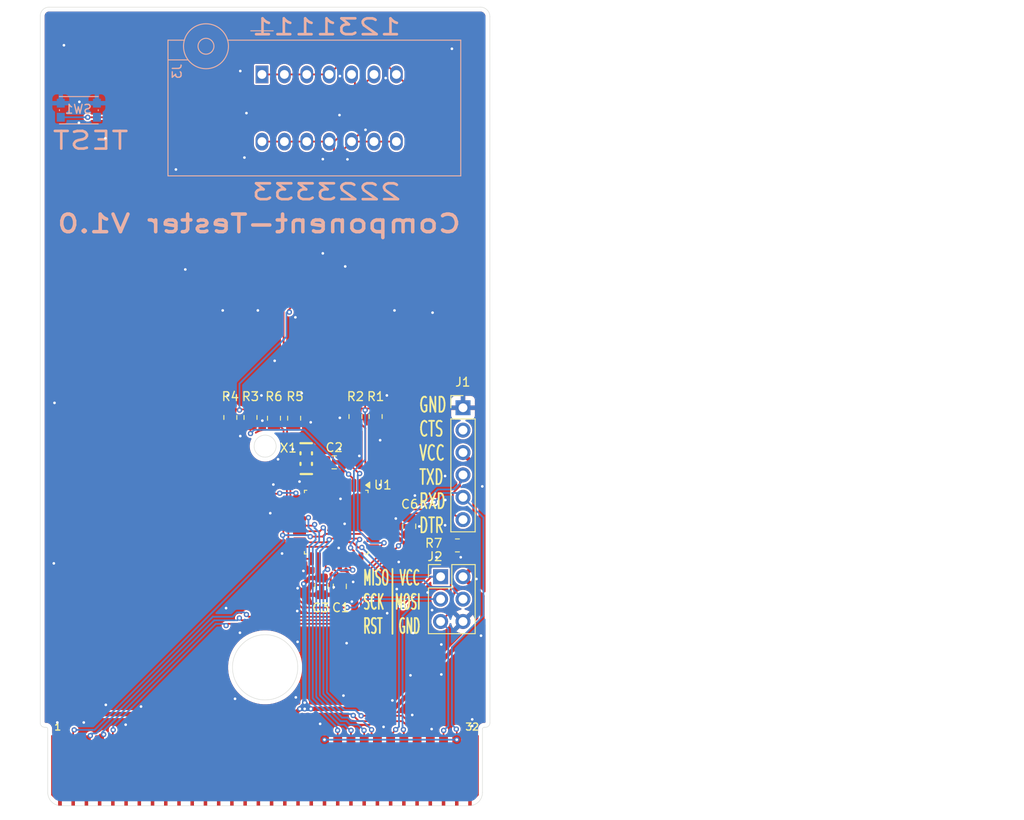
<source format=kicad_pcb>
(kicad_pcb (version 20241229) (generator "pcbnew") (generator_version "9.0")
  (layers (0 "F.Cu" signal) (2 "B.Cu" signal) (13 "F.Paste" user) (15 "B.Paste" user) (5 "F.SilkS" user "F.Silkscreen") (7 "B.SilkS" user "B.Silkscreen") (1 "F.Mask" user) (3 "B.Mask" user) (25 "Edge.Cuts" user))
  (net 0 "")
  (net 1 "+5V")
  (net 2 "Net-(U1-AREF)")
  (net 3 "Net-(C2-Pad1)")
  (net 4 "/CARD_~{RES}")
  (net 5 "/CARD_~{CS}")
  (net 6 "/DTR")
  (net 7 "/CARD_D4")
  (net 8 "/CARD_D3")
  (net 9 "/CARD_D5")
  (net 10 "/CARD_CLK")
  (net 11 "/CARD_D0")
  (net 12 "/3")
  (net 13 "/2")
  (net 14 "/1")
  (net 15 "/CARD_~{RD}")
  (net 16 "/CARD_A3")
  (net 17 "/CARD_A11")
  (net 18 "/CARD_D7")
  (net 19 "/CARD_A15")
  (net 20 "/CARD_A13")
  (net 21 "/CARD_A9")
  (net 22 "/CARD_A6")
  (net 23 "/CARD_D6")
  (net 24 "/CARD_A1")
  (net 25 "/CARD_A4")
  (net 26 "/CARD_A14")
  (net 27 "/CARD_D1")
  (net 28 "/CARD_A5")
  (net 29 "/CARD_A12")
  (net 30 "/CARD_A8")
  (net 31 "/CARD_A10")
  (net 32 "/CARD_D2")
  (net 33 "/CARD_~{WR}")
  (net 34 "/CARD_A0")
  (net 35 "/CARD_A2")
  (net 36 "/CARD_A7")
  (net 37 "Net-(U1-PD2)")
  (net 38 "Net-(U1-PD3)")
  (net 39 "Net-(U1-PD4)")
  (net 40 "Net-(U1-PD5)")
  (net 41 "Net-(U1-PD6)")
  (net 42 "Net-(U1-PD7)")
  (net 43 "GND")
  (net 44 "Net-(U1-XTAL1{slash}PB6)")
  (net 45 "Net-(U1-XTAL2{slash}PB7)")
  (net 46 "/CTS")
  (footprint "Resistor_SMD:R_0805_2012Metric" (layer "F.Cu") (at 228.62375 89.6556)
    (property "Reference" "R7")
    (property "Value" "10k")
  )
  (footprint "EasyEDA:OSC-SMD_3P-L3.2-W1.3-P1.2-L" (layer "F.Cu") (at 211.47875 79.8066 -90)
    (property "Reference" "X1")
    (property "Value" "16MHz")
  )
  (footprint "Connector_PinHeader_2.54mm:PinHeader_1x06_P2.54mm_Vertical" (layer "F.Cu") (at 229.25875 74.0346)
    (property "Reference" "J1")
    (property "Value" "Conn_01x06_Socket")
  )
  (footprint "Resistor_SMD:R_0805_2012Metric" (layer "F.Cu") (at 219.35275 75.029944 -90)
    (property "Reference" "R1")
    (property "Value" "680")
  )
  (footprint "Resistor_SMD:R_0805_2012Metric" (layer "F.Cu") (at 202.87275 75.1371 -90)
    (property "Reference" "R4")
    (property "Value" "470k")
  )
  (footprint "Resistor_SMD:R_0805_2012Metric" (layer "F.Cu") (at 217.06675 75.029944 -90)
    (property "Reference" "R2")
    (property "Value" "470k")
  )
  (footprint "Connector_PinHeader_2.54mm:PinHeader_2x03_P2.54mm_Vertical" (layer "F.Cu") (at 226.71875 93.2116)
    (property "Reference" "J2")
    (property "Value" "AVR-ISP-6")
  )
  (footprint "Capacitor_SMD:C_0805_2012Metric" (layer "F.Cu") (at 215.28875 94.3038 -90)
    (property "Reference" "C1")
    (property "Value" "100n")
  )
  (footprint "Package_QFP:TQFP-32_7x7mm_P0.8mm" (layer "F.Cu") (at 214.88235 87.014 -90)
    (property "Reference" "U1")
    (property "Value" "ATmega328P-A")
  )
  (footprint "Resistor_SMD:R_0805_2012Metric" (layer "F.Cu") (at 205.15875 75.1371 -90)
    (property "Reference" "R3")
    (property "Value" "680")
  )
  (footprint "Resistor_SMD:R_0805_2012Metric" (layer "F.Cu") (at 207.82115 75.21976 -90)
    (property "Reference" "R6")
    (property "Value" "470k")
  )
  (footprint "Resistor_SMD:R_0805_2012Metric" (layer "F.Cu") (at 210.10715 75.21976 -90)
    (property "Reference" "R5")
    (property "Value" "680")
  )
  (footprint "Connector_GameBoy:GameBoy_GamePak_DMG-09_P1.50mm_Edge" (layer "F.Cu") (at 206.8 119.2)
    (property "Reference" "J4" (hide yes))
    (property "Value" "GameBoy_GamePak_DMG-09" (hide yes))
  )
  (footprint "Capacitor_SMD:C_0805_2012Metric" (layer "F.Cu") (at 213.20595 94.3038 -90)
    (property "Reference" "C3")
    (property "Value" "100n")
  )
  (footprint "Capacitor_SMD:C_0805_2012Metric" (layer "F.Cu") (at 214.65375 80.2322)
    (property "Reference" "C2")
    (property "Value" "100n")
  )
  (footprint "Capacitor_SMD:C_0805_2012Metric" (layer "F.Cu") (at 223.16275 87.486401 -90)
    (property "Reference" "C6")
    (property "Value" "100n")
  )
  (footprint "Socket:DIP_Socket-14_W4.3mm_W5.08mm_W7.62mm_W10.16mm_W10.9mm_3M_214-3339-00-0602J" (layer "B.Cu") (at 206.46 36.212501 -90)
    (property "Reference" "J3")
    (property "Value" "Conn_02x07_Counter_Clockwise")
  )
  (footprint "Button_Switch_SMD:SW_Push_1P1T_NO_CK_KMR2" (layer "B.Cu") (at 185.692 40.273)
    (property "Reference" "SW1")
    (property "Value" "SW_Push")
  )
  (gr_line (start 221.25775 92.3226) (end 221.25775 99.6886) (stroke (width 0.2)) (layer "F.SilkS"))
  (gr_line (start 231.46634 117.69134) (end 231.466341 110.49134) (stroke (width 0.05)) (layer "Edge.Cuts"))
  (gr_circle (center 206.81634 78.39134) (end 208.06634 78.39134) (stroke (width 0.05)) (fill no) (layer "Edge.Cuts"))
  (gr_arc (start 181.31634 29.575) (mid 181.609233 28.867893) (end 182.31634 28.575) (stroke (width 0.05)) (layer "Edge.Cuts"))
  (gr_line (start 229.96634 119.19134) (end 183.66634 119.19134) (stroke (width 0.05)) (layer "Edge.Cuts"))
  (gr_line (start 231.66634 110.29134) (end 231.8163 110.29134) (stroke (width 0.05)) (layer "Edge.Cuts"))
  (gr_arc (start 231.220293 28.571893) (mid 231.989698 28.890593) (end 232.3084 29.66) (stroke (width 0.05)) (layer "Edge.Cuts"))
  (gr_arc (start 183.66634 119.19134) (mid 182.60568 118.752) (end 182.16634 117.69134) (stroke (width 0.05)) (layer "Edge.Cuts"))
  (gr_arc (start 232.31634 109.79134) (mid 232.169893 110.144893) (end 231.81634 110.29134) (stroke (width 0.05)) (layer "Edge.Cuts"))
  (gr_arc (start 181.96634 110.29134) (mid 182.107761 110.349919) (end 182.16634 110.49134) (stroke (width 0.05)) (layer "Edge.Cuts"))
  (gr_line (start 182.16634 117.69134) (end 182.16634 110.49134) (stroke (width 0.05)) (layer "Edge.Cuts"))
  (gr_line (start 232.31634 109.79134) (end 232.3084 29.663903) (stroke (width 0.05)) (layer "Edge.Cuts"))
  (gr_arc (start 181.81634 110.29134) (mid 181.462787 110.144893) (end 181.31634 109.79134) (stroke (width 0.05)) (layer "Edge.Cuts"))
  (gr_line (start 181.96634 110.29134) (end 181.81634 110.29134) (stroke (width 0.05)) (layer "Edge.Cuts"))
  (gr_arc (start 231.46634 110.49134) (mid 231.524907 110.349907) (end 231.666339 110.29134) (stroke (width 0.05)) (layer "Edge.Cuts"))
  (gr_line (start 181.31634 109.79134) (end 181.31634 29.575) (stroke (width 0.05)) (layer "Edge.Cuts"))
  (gr_arc (start 231.46634 117.69134) (mid 231.027 118.752) (end 229.96634 119.19134) (stroke (width 0.05)) (layer "Edge.Cuts"))
  (gr_circle (center 206.81634 103.49134) (end 210.51634 103.49134) (stroke (width 0.05)) (fill no) (layer "Edge.Cuts"))
  (gr_line (start 231.220293 28.575) (end 182.31634 28.575) (stroke (width 0.05)) (layer "Edge.Cuts"))
  (gr_text "GND\nCTS\nVCC\nTXD\nRXD\nDTR" (at 224.17875 88.3856 0) (layer "F.SilkS") (effects (font (size 1.7 1) (thickness 0.2) (bold yes)) (justify left bottom)))
  (gr_text "MISO  VCC\nSCK  MOSI\nRST   GND" (at 217.82875 99.8156 0) (layer "F.SilkS") (effects (font (size 1.7 0.8) (thickness 0.2) (bold yes)) (justify left bottom)))
  (gr_text "2223333" (at 222.44 50.6 0) (layer "B.SilkS") (effects (font (size 1.8 2.54) (thickness 0.3)) (justify left bottom mirror)))
  (gr_text "Component-Tester V1.0" (at 229.26 54.32 0) (layer "B.SilkS") (effects (font (size 2 2.54) (thickness 0.4) (bold yes)) (justify left bottom mirror)))
  (gr_text "TEST" (at 191.516 44.883 0) (layer "B.SilkS") (effects (font (size 2 2.54) (thickness 0.3)) (justify left bottom mirror)))
  (gr_text "1231111" (at 222.44 31.88 0) (layer "B.SilkS") (effects (font (size 1.8 2.54) (thickness 0.3)) (justify left bottom mirror)))
  (segment (start 211.3026 108.204) (end 210.75 108.204) (width 0.5) (layer "F.Cu") (net 1))
  (segment (start 213.20595 93.353801) (end 212.835149 92.983) (width 0.5) (layer "F.Cu") (net 1))
  (segment (start 230.55975 91.9106) (end 229.25875 93.2116) (width 0.5) (layer "F.Cu") (net 1))
  (segment (start 231.45875 98.14125) (end 231.45875 95.4116) (width 0.5) (layer "F.Cu") (net 1))
  (segment (start 229.25875 79.2416) (end 230.55975 80.5426) (width 0.5) (layer "F.Cu") (net 1))
  (segment (start 212 108.204) (end 211.3026 108.204) (width 0.5) (layer "F.Cu") (net 1))
  (segment (start 229.53625 89.6556) (end 230.55975 89.6556) (width 0.2) (layer "F.Cu") (net 1))
  (segment (start 210.75 108.204) (end 210.154 108.8) (width 0.5) (layer "F.Cu") (net 1))
  (segment (start 211.3026 107.5) (end 211.3026 108.204) (width 0.5) (layer "F.Cu") (net 1))
  (segment (start 213.20595 93.353801) (end 211.852091 93.353801) (width 0.5) (layer "F.Cu") (net 1))
  (segment (start 221.396 108.204) (end 231.45875 98.14125) (width 0.5) (layer "F.Cu") (net 1))
  (segment (start 210.154 108.8) (end 185.8 108.8) (width 0.5) (layer "F.Cu") (net 1))
  (segment (start 212.882349 91.1765) (end 212.882349 93.0302) (width 0.5) (layer "F.Cu") (net 1))
  (segment (start 183.3 111.3) (end 183.3 111.7) (width 0.5) (layer "F.Cu") (net 1))
  (segment (start 185.8 108.8) (end 183.3 111.3) (width 0.5) (layer "F.Cu") (net 1))
  (segment (start 230.55975 80.5426) (end 230.55975 89.6556) (width 0.5) (layer "F.Cu") (net 1))
  (segment (start 212 108.204) (end 221.396 108.204) (width 0.5) (layer "F.Cu") (net 1))
  (segment (start 230.55975 89.6556) (end 230.55975 91.9106) (width 0.5) (layer "F.Cu") (net 1))
  (segment (start 212.882349 93.0302) (end 213.20595 93.353801) (width 0.5) (layer "F.Cu") (net 1))
  (segment (start 231.45875 95.4116) (end 229.25875 93.2116) (width 0.5) (layer "F.Cu") (net 1))
  (segment (start 211.852091 93.353801) (end 211.186 94.019892) (width 0.5) (layer "F.Cu") (net 1))
  (via (at 211.3026 107.5) (size 0.6) (drill 0.3) (layers "F.Cu" "B.Cu") (net 1))
  (via (at 210.75 108.204) (size 0.6) (drill 0.3) (layers "F.Cu" "B.Cu") (net 1))
  (via (at 211.186 94.019892) (size 0.6) (drill 0.3) (layers "F.Cu" "B.Cu") (net 1))
  (via (at 211.3026 108.204) (size 0.6) (drill 0.3) (layers "F.Cu" "B.Cu") (net 1))
  (via (at 212 108.204) (size 0.6) (drill 0.3) (layers "F.Cu" "B.Cu") (net 1))
  (segment (start 211.3026 107.5) (end 211.3026 107.6514) (width 0.5) (layer "B.Cu") (net 1))
  (segment (start 211.3026 107.6514) (end 210.75 108.204) (width 0.5) (layer "B.Cu") (net 1))
  (segment (start 211.3026 107.5) (end 211.3026 107.5066) (width 0.5) (layer "B.Cu") (net 1))
  (segment (start 211.267 107.687) (end 210.75 108.204) (width 0.5) (layer "B.Cu") (net 1))
  (segment (start 210.75 108.204) (end 212 108.204) (width 0.5) (layer "B.Cu") (net 1))
  (segment (start 211.267 94.100892) (end 211.267 107.687) (width 0.5) (layer "B.Cu") (net 1))
  (segment (start 211.3026 107.5) (end 211.286 107.4834) (width 0.5) (layer "B.Cu") (net 1))
  (segment (start 211.186 94.019892) (end 211.267 94.100892) (width 0.5) (layer "B.Cu") (net 1))
  (segment (start 211.3026 107.5066) (end 212 108.204) (width 0.5) (layer "B.Cu") (net 1))
  (segment (start 214.48235 91.1765) (end 214.48235 92.2274) (width 0.2) (layer "F.Cu") (net 2))
  (segment (start 215.21255 93.277601) (end 215.28875 93.353801) (width 0.2) (layer "F.Cu") (net 2))
  (segment (start 215.21255 92.9576) (end 215.21255 93.277601) (width 0.2) (layer "F.Cu") (net 2))
  (segment (start 214.48235 92.2274) (end 215.21255 92.9576) (width 0.2) (layer "F.Cu") (net 2))
  (segment (start 213.68235 82.8515) (end 213.729151 82.804699) (width 0.2) (layer "F.Cu") (net 3))
  (segment (start 215.28235 82.115599) (end 215.28235 82.8515) (width 0.2) (layer "F.Cu") (net 3))
  (segment (start 213.729151 82.804699) (end 213.729151 80.5624) (width 0.2) (layer "F.Cu") (net 3))
  (segment (start 213.729151 80.5624) (end 215.28235 82.115599) (width 0.2) (layer "F.Cu") (net 3))
  (segment (start 227.05 111.7) (end 227.05 110.669156) (width 0.2) (layer "F.Cu") (net 4))
  (segment (start 227.86975 89.8141) (end 227.86975 97.1406) (width 0.2) (layer "F.Cu") (net 4))
  (segment (start 220.37515 86.614) (end 222.19755 88.4364) (width 0.2) (layer "F.Cu") (net 4))
  (segment (start 219.04485 86.614) (end 220.37515 86.614) (width 0.2) (layer "F.Cu") (net 4))
  (segment (start 223.16275 88.4364) (end 226.49205 88.4364) (width 0.2) (layer "F.Cu") (net 4))
  (segment (start 227.86975 97.1406) (end 226.71875 98.2916) (width 0.2) (layer "F.Cu") (net 4))
  (segment (start 227.71125 89.6556) (end 227.86975 89.8141) (width 0.2) (layer "F.Cu") (net 4))
  (segment (start 226.49205 88.4364) (end 227.71125 89.6556) (width 0.2) (layer "F.Cu") (net 4))
  (segment (start 222.19755 88.4364) (end 223.16275 88.4364) (width 0.2) (layer "F.Cu") (net 4))
  (segment (start 227.05 110.669156) (end 227.065781 110.653375) (width 0.2) (layer "F.Cu") (net 4))
  (via (at 227.065781 110.653375) (size 0.6) (drill 0.3) (layers "F.Cu" "B.Cu") (net 4))
  (segment (start 227.584 110.135156) (end 227.584 99.15685) (width 0.2) (layer "B.Cu") (net 4))
  (segment (start 227.584 99.15685) (end 226.71875 98.2916) (width 0.2) (layer "B.Cu") (net 4))
  (segment (start 227.065781 110.653375) (end 227.584 110.135156) (width 0.2) (layer "B.Cu") (net 4))
  (segment (start 202.39031 98.756) (end 202.59431 98.552) (width 0.2) (layer "F.Cu") (net 5))
  (segment (start 218.88335 92.7666) (end 221.94355 89.7064) (width 0.2) (layer "F.Cu") (net 5))
  (segment (start 229.25875 81.7816) (end 229.25875 81.68) (width 0.2) (layer "F.Cu") (net 5))
  (segment (start 219.830294 85.589999) (end 219.847693 85.5726) (width 0.2) (layer "F.Cu") (net 5))
  (segment (start 219.847693 85.5726) (end 227.9274 85.5726) (width 0.2) (layer "F.Cu") (net 5))
  (segment (start 202.59431 98.552) (end 217.773061 98.552) (width 0.2) (layer "F.Cu") (net 5))
  (segment (start 228.10775 85.39225) (end 228.10775 83.71784) (width 0.2) (layer "F.Cu") (net 5))
  (segment (start 219.04485 85.814) (end 219.268851 85.589999) (width 0.2) (layer "F.Cu") (net 5))
  (segment (start 189.55 110.6272) (end 189.5856 110.5916) (width 0.2) (layer "F.Cu") (net 5))
  (segment (start 217.773061 98.552) (end 218.88335 97.441711) (width 0.2) (layer "F.Cu") (net 5))
  (segment (start 219.268851 85.589999) (end 219.830294 85.589999) (width 0.2) (layer "F.Cu") (net 5))
  (segment (start 189.55 111.7) (end 189.55 110.6272) (width 0.2) (layer "F.Cu") (net 5))
  (segment (start 227.9274 85.5726) (end 228.10775 85.39225) (width 0.2) (layer "F.Cu") (net 5))
  (segment (start 228.10775 83.71784) (end 228.9117 82.91389) (width 0.2) (layer "F.Cu") (net 5))
  (segment (start 218.88335 97.441711) (end 218.88335 92.7666) (width 0.2) (layer "F.Cu") (net 5))
  (segment (start 228.9117 82.91389) (end 228.9117 82.00165) (width 0.2) (layer "F.Cu") (net 5))
  (segment (start 229.25875 81.68) (end 229.30955 81.6292) (width 0.2) (layer "F.Cu") (net 5))
  (via (at 221.94355 89.7064) (size 0.6) (drill 0.3) (layers "F.Cu" "B.Cu") (net 5))
  (via (at 202.39031 98.756) (size 0.6) (drill 0.3) (layers "F.Cu" "B.Cu") (net 5))
  (via (at 189.5856 110.5916) (size 0.6) (drill 0.3) (layers "F.Cu" "B.Cu") (net 5))
  (segment (start 202.19131 98.557) (end 201.210472 98.557) (width 0.2) (layer "B.Cu") (net 5))
  (segment (start 222.34995 89.3) (end 222.34995 87.36132) (width 0.2) (layer "B.Cu") (net 5))
  (segment (start 226.40567 83.3056) (end 228.24275 83.3056) (width 0.2) (layer "B.Cu") (net 5))
  (segment (start 222.34995 87.36132) (end 226.40567 83.3056) (width 0.2) (layer "B.Cu") (net 5))
  (segment (start 228.24275 83.3056) (end 229.25875 82.2896) (width 0.2) (layer "B.Cu") (net 5))
  (segment (start 229.25875 82.2896) (end 229.25875 81.6546) (width 0.2) (layer "B.Cu") (net 5))
  (segment (start 201.210472 98.557) (end 189.5856 110.181872) (width 0.2) (layer "B.Cu") (net 5))
  (segment (start 221.94355 89.7064) (end 222.34995 89.3) (width 0.2) (layer "B.Cu") (net 5))
  (segment (start 202.39031 98.756) (end 202.19131 98.557) (width 0.2) (layer "B.Cu") (net 5))
  (segment (start 189.5856 110.181872) (end 189.5856 110.5916) (width 0.2) (layer "B.Cu") (net 5))
  (segment (start 223.699152 86) (end 223.16275 86.536402) (width 0.2) (layer "F.Cu") (net 6))
  (segment (start 229.25875 86.8616) (end 229.00475 86.8616) (width 0.2) (layer "F.Cu") (net 6))
  (segment (start 228.14315 86) (end 223.699152 86) (width 0.2) (layer "F.Cu") (net 6))
  (segment (start 229.00475 86.8616) (end 228.14315 86) (width 0.2) (layer "F.Cu") (net 6))
  (segment (start 217.336058 89.889) (end 216.725173 89.278115) (width 0.2) (layer "F.Cu") (net 7))
  (segment (start 214.19435 89.814) (end 210.71985 89.814) (width 0.2) (layer "F.Cu") (net 7))
  (segment (start 226.71875 93.2116) (end 225.66875 93.2116) (width 0.2) (layer "F.Cu") (net 7))
  (segment (start 221.623198 110.552733) (end 221.623198 110.601563) (width 0.2) (layer "F.Cu") (net 7))
  (segment (start 216.725173 89.278115) (end 214.730235 89.278115) (width 0.2) (layer "F.Cu") (net 7))
  (segment (start 221.05 111.174761) (end 221.05 111.7) (width 0.2) (layer "F.Cu") (net 7))
  (segment (start 214.730235 89.278115) (end 214.19435 89.814) (width 0.2) (layer "F.Cu") (net 7))
  (segment (start 222.45875 96.4216) (end 222.45875 96.5496) (width 0.2) (layer "F.Cu") (net 7))
  (segment (start 217.70709 89.814) (end 217.78209 89.889) (width 0.2) (layer "F.Cu") (net 7))
  (segment (start 217.78209 89.889) (end 217.336058 89.889) (width 0.2) (layer "F.Cu") (net 7))
  (segment (start 225.66875 93.2116) (end 222.45875 96.4216) (width 0.2) (layer "F.Cu") (net 7))
  (segment (start 221.623198 110.601563) (end 221.05 111.174761) (width 0.2) (layer "F.Cu") (net 7))
  (via (at 222.45875 96.5496) (size 0.6) (drill 0.3) (layers "F.Cu" "B.Cu") (net 7))
  (via (at 221.623198 110.552733) (size 0.6) (drill 0.3) (layers "F.Cu" "B.Cu") (net 7))
  (via (at 217.78209 89.889) (size 0.6) (drill 0.3) (layers "F.Cu" "B.Cu") (net 7))
  (segment (start 226.71875 93.2116) (end 221.10469 93.2116) (width 0.2) (layer "B.Cu") (net 7))
  (segment (start 221.996 97.01235) (end 222.45875 96.5496) (width 0.2) (layer "B.Cu") (net 7))
  (segment (start 221.996 110.228761) (end 221.996 97.01235) (width 0.2) (layer "B.Cu") (net 7))
  (segment (start 221.672028 110.552733) (end 221.996 110.228761) (width 0.2) (layer "B.Cu") (net 7))
  (segment (start 221.623198 110.552733) (end 221.672028 110.552733) (width 0.2) (layer "B.Cu") (net 7))
  (segment (start 221.10469 93.2116) (end 217.78209 89.889) (width 0.2) (layer "B.Cu") (net 7))
  (segment (start 210.71985 89.014001) (end 211.369708 89.014001) (width 0.2) (layer "F.Cu") (net 8))
  (segment (start 211.369708 89.014001) (end 211.661954 89.306247) (width 0.2) (layer "F.Cu") (net 8))
  (segment (start 217.431543 88.878115) (end 217.533873 88.980445) (width 0.2) (layer "F.Cu") (net 8))
  (segment (start 218.88638 111.03638) (end 219.55 111.7) (width 0.2) (layer "F.Cu") (net 8))
  (segment (start 213.774866 89.306247) (end 214.081513 88.9996) (width 0.2) (layer "F.Cu") (net 8))
  (segment (start 214.202998 88.878115) (end 217.431543 88.878115) (width 0.2) (layer "F.Cu") (net 8))
  (segment (start 214.081513 88.9996) (end 214.202998 88.878115) (width 0.2) (layer "F.Cu") (net 8))
  (segment (start 218.88638 110.566536) (end 218.88638 111.03638) (width 0.2) (layer "F.Cu") (net 8))
  (segment (start 211.661954 89.306247) (end 213.774866 89.306247) (width 0.2) (layer "F.Cu") (net 8))
  (via (at 218.88638 110.566536) (size 0.6) (drill 0.3) (layers "F.Cu" "B.Cu") (net 8))
  (via (at 214.081513 88.9996) (size 0.6) (drill 0.3) (layers "F.Cu" "B.Cu") (net 8))
  (via (at 217.533873 88.980445) (size 0.6) (drill 0.3) (layers "F.Cu" "B.Cu") (net 8))
  (segment (start 213.88015 89.479004) (end 213.88015 89.477589) (width 0.2) (layer "B.Cu") (net 8))
  (segment (start 213.021 106.667157) (end 213.021 93.37436) (width 0.2) (layer "B.Cu") (net 8))
  (segment (start 216.5872 109.5872) (end 216.198 109.198) (width 0.2) (layer "B.Cu") (net 8))
  (segment (start 217.5465 109.5882) (end 217.5455 109.5872) (width 0.2) (layer "B.Cu") (net 8))
  (segment (start 214.081513 89.276226) (end 214.081513 88.9996) (width 0.2) (layer "B.Cu") (net 8))
  (segment (start 213.02 90.339155) (end 213.88015 89.479004) (width 0.2) (layer "B.Cu") (net 8))
  (segment (start 217.908044 109.5882) (end 217.5465 109.5882) (width 0.2) (layer "B.Cu") (net 8))
  (segment (start 217.5455 109.5872) (end 216.5872 109.5872) (width 0.2) (layer "B.Cu") (net 8))
  (segment (start 218.88638 110.566536) (end 217.908044 109.5882) (width 0.2) (layer "B.Cu") (net 8))
  (segment (start 213.02 93.37336) (end 213.02 90.339155) (width 0.2) (layer "B.Cu") (net 8))
  (segment (start 220.64815 93.618) (end 217.18109 90.15094) (width 0.2) (layer "B.Cu") (net 8))
  (segment (start 227.86975 94.3626) (end 225.55835 94.3626) (width 0.2) (layer "B.Cu") (net 8))
  (segment (start 217.18109 89.34353) (end 217.533873 88.990747) (width 0.2) (layer "B.Cu") (net 8))
  (segment (start 217.18109 90.15094) (end 217.18109 89.34353) (width 0.2) (layer "B.Cu") (net 8))
  (segment (start 217.533873 88.990747) (end 217.533873 88.980445) (width 0.2) (layer "B.Cu") (net 8))
  (segment (start 225.55835 94.3626) (end 224.81375 93.618) (width 0.2) (layer "B.Cu") (net 8))
  (segment (start 224.81375 93.618) (end 220.64815 93.618) (width 0.2) (layer "B.Cu") (net 8))
  (segment (start 215.545243 109.198) (end 213.1066 106.759357) (width 0.2) (layer "B.Cu") (net 8))
  (segment (start 213.1066 106.752757) (end 213.021 106.667157) (width 0.2) (layer "B.Cu") (net 8))
  (segment (start 213.021 93.37436) (end 213.02 93.37336) (width 0.2) (layer "B.Cu") (net 8))
  (segment (start 229.25875 95.7516) (end 227.86975 94.3626) (width 0.2) (layer "B.Cu") (net 8))
  (segment (start 213.1066 106.759357) (end 213.1066 106.752757) (width 0.2) (layer "B.Cu") (net 8))
  (segment (start 213.88015 89.477589) (end 214.081513 89.276226) (width 0.2) (layer "B.Cu") (net 8))
  (segment (start 216.198 109.198) (end 215.545243 109.198) (width 0.2) (layer "B.Cu") (net 8))
  (segment (start 222.499916 110.554443) (end 222.499916 110.843916) (width 0.2) (layer "F.Cu") (net 9))
  (segment (start 222.55 110.894) (end 222.55 111.7) (width 0.2) (layer "F.Cu") (net 9))
  (segment (start 210.53185 91.1765) (end 209.8526 91.85575) (width 0.2) (layer "F.Cu") (net 9))
  (segment (start 211.543675 96.702) (end 216.12695 96.702) (width 0.2) (layer "F.Cu") (net 9))
  (segment (start 222.499916 110.843916) (end 222.55 110.894) (width 0.2) (layer "F.Cu") (net 9))
  (segment (start 209.8526 91.85575) (end 209.8526 95.010925) (width 0.2) (layer "F.Cu") (net 9))
  (segment (start 212.08235 91.1765) (end 210.53185 91.1765) (width 0.2) (layer "F.Cu") (net 9))
  (segment (start 209.8526 95.010925) (end 211.543675 96.702) (width 0.2) (layer "F.Cu") (net 9))
  (via (at 222.499916 110.554443) (size 0.6) (drill 0.3) (layers "F.Cu" "B.Cu") (net 9))
  (via (at 216.12695 96.702) (size 0.6) (drill 0.3) (layers "F.Cu" "B.Cu") (net 9))
  (segment (start 217.00535 96.702) (end 216.12695 96.702) (width 0.2) (layer "B.Cu") (net 9))
  (segment (start 217.95575 95.7516) (end 217.00535 96.702) (width 0.2) (layer "B.Cu") (net 9))
  (segment (start 222.4 97.64) (end 223.52 96.52) (width 0.2) (layer "B.Cu") (net 9))
  (segment (start 222.4 110.454527) (end 222.4 97.64) (width 0.2) (layer "B.Cu") (net 9))
  (segment (start 226.71875 95.7516) (end 223.52 95.7516) (width 0.2) (layer "B.Cu") (net 9))
  (segment (start 223.52 95.7516) (end 217.95575 95.7516) (width 0.2) (layer "B.Cu") (net 9))
  (segment (start 223.52 96.52) (end 223.52 95.7516) (width 0.2) (layer "B.Cu") (net 9))
  (segment (start 222.499916 110.554443) (end 222.4 110.454527) (width 0.2) (layer "B.Cu") (net 9))
  (segment (start 213.627278 88.3496) (end 213.320631 88.656247) (width 0.2) (layer "F.Cu") (net 10))
  (segment (start 186.702 41.075) (end 189.5 41.075) (width 0.2) (layer "F.Cu") (net 10))
  (segment (start 201.35675 75.1735) (end 201.35675 78.52385) (width 0.2) (layer "F.Cu") (net 10))
  (segment (start 201.45675 78.62385) (end 201.45675 79.67451) (width 0.2) (layer "F.Cu") (net 10))
  (segment (start 185.05 110.7076) (end 185.166 110.5916) (width 0.2) (layer "F.Cu") (net 10))
  (segment (start 186.7 41.073) (end 186.702 41.075) (width 0.2) (layer "F.Cu") (net 10))
  (segment (start 219.04485 89.014001) (end 218.483407 89.014001) (width 0.2) (layer "F.Cu") (net 10))
  (segment (start 208.88795 86.05505) (end 208.88795 88.41045) (width 0.2) (layer "F.Cu") (net 10))
  (segment (start 201.35775 75.1725) (end 201.35675 75.1735) (width 0.2) (layer "F.Cu") (net 10))
  (segment (start 218.483407 89.014001) (end 217.819006 88.3496) (width 0.2) (layer "F.Cu") (net 10))
  (segment (start 189.5 41.075) (end 201.35775 52.93275) (width 0.2) (layer "F.Cu") (net 10))
  (segment (start 201.35675 78.52385) (end 201.45675 78.62385) (width 0.2) (layer "F.Cu") (net 10))
  (segment (start 211.942342 88.656247) (end 211.934725 88.663864) (width 0.2) (layer "F.Cu") (net 10))
  (segment (start 217.819006 88.3496) (end 213.627278 88.3496) (width 0.2) (layer "F.Cu") (net 10))
  (segment (start 208.88795 88.41045) (end 208.8026 88.4958) (width 0.2) (layer "F.Cu") (net 10))
  (segment (start 201.35775 52.93275) (end 201.35775 75.1725) (width 0.2) (layer "F.Cu") (net 10))
  (segment (start 213.320631 88.656247) (end 211.942342 88.656247) (width 0.2) (layer "F.Cu") (net 10))
  (segment (start 185.05 111.7) (end 185.05 110.7076) (width 0.2) (layer "F.Cu") (net 10))
  (segment (start 201.45675 79.67451) (end 206.37618 84.59394) (width 0.2) (layer "F.Cu") (net 10))
  (segment (start 207.42684 84.59394) (end 208.88795 86.05505) (width 0.2) (layer "F.Cu") (net 10))
  (segment (start 206.37618 84.59394) (end 207.42684 84.59394) (width 0.2) (layer "F.Cu") (net 10))
  (via (at 185.166 110.5916) (size 0.6) (drill 0.3) (layers "F.Cu" "B.Cu") (net 10))
  (via (at 186.7 41.073) (size 0.6) (drill 0.3) (layers "F.Cu" "B.Cu") (net 10))
  (via (at 211.934725 88.663864) (size 0.6) (drill 0.3) (layers "F.Cu" "B.Cu") (net 10))
  (via (at 208.8026 88.4958) (size 0.6) (drill 0.3) (layers "F.Cu" "B.Cu") (net 10))
  (segment (start 186.7 41.073) (end 183.642 41.073) (width 0.2) (layer "B.Cu") (net 10))
  (segment (start 211.934725 88.663864) (end 211.766661 88.4958) (width 0.2) (layer "B.Cu") (net 10))
  (segment (start 211.766661 88.4958) (end 208.8026 88.4958) (width 0.2) (layer "B.Cu") (net 10))
  (segment (start 187.4774 110.5916) (end 208.88795 89.18105) (width 0.2) (layer "B.Cu") (net 10))
  (segment (start 208.88795 89.18105) (end 208.88795 88.58115) (width 0.2) (layer "B.Cu") (net 10))
  (segment (start 185.166 110.5916) (end 187.4774 110.5916) (width 0.2) (layer "B.Cu") (net 10))
  (segment (start 208.88795 88.58115) (end 208.8026 88.4958) (width 0.2) (layer "B.Cu") (net 10))
  (segment (start 210.71985 86.614) (end 211.619924 86.614) (width 0.2) (layer "F.Cu") (net 11))
  (segment (start 215.05 111.7) (end 215.05 110.656) (width 0.2) (layer "F.Cu") (net 11))
  (segment (start 211.619924 86.614) (end 211.728972 86.504952) (width 0.2) (layer "F.Cu") (net 11))
  (segment (start 215.05 110.656) (end 215.0364 110.6424) (width 0.2) (layer "F.Cu") (net 11))
  (via (at 211.728972 86.504952) (size 0.6) (drill 0.3) (layers "F.Cu" "B.Cu") (net 11))
  (via (at 215.0364 110.6424) (size 0.6) (drill 0.3) (layers "F.Cu" "B.Cu") (net 11))
  (segment (start 212.545196 88.394924) (end 212.545196 89.023532) (width 0.2) (layer "B.Cu") (net 11))
  (segment (start 211.818 93.87266) (end 211.818 107.165457) (width 0.2) (layer "B.Cu") (net 11))
  (segment (start 211.818 107.165457) (end 211.9036 107.251057) (width 0.2) (layer "B.Cu") (net 11))
  (segment (start 215.0364 110.390457) (end 215.0364 110.6424) (width 0.2) (layer "B.Cu") (net 11))
  (segment (start 211.728972 86.504952) (end 211.728972 87.5787) (width 0.2) (layer "B.Cu") (net 11))
  (segment (start 211.9036 107.251057) (end 211.9036 107.257657) (width 0.2) (layer "B.Cu") (net 11))
  (segment (start 211.817 93.87166) (end 211.818 93.87266) (width 0.2) (layer "B.Cu") (net 11))
  (segment (start 211.728972 87.5787) (end 212.545196 88.394924) (width 0.2) (layer "B.Cu") (net 11))
  (segment (start 211.9036 107.257657) (end 215.0364 110.390457) (width 0.2) (layer "B.Cu") (net 11))
  (segment (start 212.545196 89.023532) (end 211.817 89.751729) (width 0.2) (layer "B.Cu") (net 11))
  (segment (start 211.817 89.751729) (end 211.817 93.87166) (width 0.2) (layer "B.Cu") (net 11))
  (segment (start 214.08 43.832501) (end 214.63 44.382501) (width 0.2) (layer "F.Cu") (net 12))
  (segment (start 208.915 74.14425) (end 208.98955 74.2188) (width 0.2) (layer "F.Cu") (net 12))
  (segment (start 217 36.592501) (end 217 41.49375) (width 0.2) (layer "F.Cu") (net 12))
  (segment (start 207.82115 74.30726) (end 208.90109 74.30726) (width 0.2) (layer "F.Cu") (net 12))
  (segment (start 214.08 43.832501) (end 206.46 43.832501) (width 0.2) (layer "F.Cu") (net 12))
  (segment (start 216.65875 78.5496) (end 216.65875 80.699701) (width 0.2) (layer "F.Cu") (net 12))
  (segment (start 209.07801 74.30726) (end 210.10715 74.30726) (width 0.2) (layer "F.Cu") (net 12))
  (segment (start 216.62 36.212501) (end 217 36.592501) (width 0.2) (layer "F.Cu") (net 12))
  (segment (start 214.63 56.8452) (end 208.915 62.5602) (width 0.2) (layer "F.Cu") (net 12))
  (segment (start 216.65875 80.699701) (end 217.45875 81.499701) (width 0.2) (layer "F.Cu") (net 12))
  (segment (start 217 41.49375) (end 214.661249 43.832501) (width 0.2) (layer "F.Cu") (net 12))
  (segment (start 214.661249 43.832501) (end 214.08 43.832501) (width 0.2) (layer "F.Cu") (net 12))
  (segment (start 217.45875 81.499701) (end 217.533873 81.499701) (width 0.2) (layer "F.Cu") (net 12))
  (segment (start 208.915 62.5602) (end 208.915 74.14425) (width 0.2) (layer "F.Cu") (net 12))
  (segment (start 208.98955 74.2188) (end 209.07801 74.30726) (width 0.2) (layer "F.Cu") (net 12))
  (segment (start 214.63 44.382501) (end 214.63 56.8452) (width 0.2) (layer "F.Cu") (net 12))
  (segment (start 210.10715 74.30726) (end 212.41641 74.30726) (width 0.2) (layer "F.Cu") (net 12))
  (segment (start 208.90109 74.30726) (end 208.98955 74.2188) (width 0.2) (layer "F.Cu") (net 12))
  (segment (start 219.04485 89.814) (end 219.851689 89.814) (width 0.2) (layer "F.Cu") (net 12))
  (segment (start 219.851689 89.814) (end 220.300606 89.365083) (width 0.2) (layer "F.Cu") (net 12))
  (segment (start 212.41641 74.30726) (end 216.65875 78.5496) (width 0.2) (layer "F.Cu") (net 12))
  (via (at 220.300606 89.365083) (size 0.6) (drill 0.3) (layers "F.Cu" "B.Cu") (net 12))
  (via (at 217.533873 81.499701) (size 0.6) (drill 0.3) (layers "F.Cu" "B.Cu") (net 12))
  (segment (start 217.32075 81.712824) (end 217.32075 87.8776) (width 0.2) (layer "B.Cu") (net 12))
  (segment (start 217.32075 87.8776) (end 218.808233 89.365083) (width 0.2) (layer "B.Cu") (net 12))
  (segment (start 217.533873 81.499701) (end 217.32075 81.712824) (width 0.2) (layer "B.Cu") (net 12))
  (segment (start 218.808233 89.365083) (end 220.300606 89.365083) (width 0.2) (layer "B.Cu") (net 12))
  (segment (start 201.85775 78.45775) (end 201.85775 79.50841) (width 0.2) (layer "F.Cu") (net 13))
  (segment (start 207.59294 84.19294) (end 209.4526 86.0526) (width 0.2) (layer "F.Cu") (net 13))
  (segment (start 217.68235 96.944239) (end 217.68235 91.1765) (width 0.2) (layer "F.Cu") (net 13))
  (segment (start 201.85775 79.50841) (end 206.54228 84.19294) (width 0.2) (layer "F.Cu") (net 13))
  (segment (start 211.627989 97.352) (end 217.274589 97.352) (width 0.2) (layer "F.Cu") (net 13))
  (segment (start 202.87275 74.2246) (end 201.75775 75.3396) (width 0.2) (layer "F.Cu") (net 13))
  (segment (start 202.87275 74.2246) (end 203.83455 74.2246) (width 0.2) (layer "F.Cu") (net 13))
  (segment (start 217.5 42.952501) (end 216.62 43.832501) (width 0.2) (layer "F.Cu") (net 13))
  (segment (start 201.75775 75.3396) (end 201.75775 78.35775) (width 0.2) (layer "F.Cu") (net 13))
  (segment (start 215.265 45.187501) (end 215.265 57.15) (width 0.2) (layer "F.Cu") (net 13))
  (segment (start 219.16 36.212501) (end 217.5 37.872501) (width 0.2) (layer "F.Cu") (net 13))
  (segment (start 209.4526 95.176611) (end 211.627989 97.352) (width 0.2) (layer "F.Cu") (net 13))
  (segment (start 206.54228 84.19294) (end 207.59294 84.19294) (width 0.2) (layer "F.Cu") (net 13))
  (segment (start 209.438 63.0555) (end 209.565 63.1825) (width 0.2) (layer "F.Cu") (net 13))
  (segment (start 215.265 57.15) (end 209.438 62.977) (width 0.2) (layer "F.Cu") (net 13))
  (segment (start 205.15875 74.2246) (end 203.98455 74.2246) (width 0.2) (layer "F.Cu") (net 13))
  (segment (start 203.98455 74.2246) (end 203.90955 74.2996) (width 0.2) (layer "F.Cu") (net 13))
  (segment (start 216.62 43.832501) (end 215.265 45.187501) (width 0.2) (layer "F.Cu") (net 13))
  (segment (start 201.75775 78.35775) (end 201.85775 78.45775) (width 0.2) (layer "F.Cu") (net 13))
  (segment (start 209.4526 86.0526) (end 209.4526 95.176611) (width 0.2) (layer "F.Cu") (net 13))
  (segment (start 217.274589 97.352) (end 217.68235 96.944239) (width 0.2) (layer "F.Cu") (net 13))
  (segment (start 209.438 62.977) (end 209.438 63.0555) (width 0.2) (layer "F.Cu") (net 13))
  (segment (start 203.83455 74.2246) (end 203.90955 74.2996) (width 0.2) (layer "F.Cu") (net 13))
  (segment (start 221.7 43.832501) (end 216.62 43.832501) (width 0.2) (layer "F.Cu") (net 13))
  (segment (start 217.5 37.872501) (end 217.5 42.952501) (width 0.2) (layer "F.Cu") (net 13))
  (via (at 209.565 63.1825) (size 0.6) (drill 0.3) (layers "F.Cu" "B.Cu") (net 13))
  (via (at 203.90955 74.2996) (size 0.6) (drill 0.3) (layers "F.Cu" "B.Cu") (net 13))
  (segment (start 203.90955 74.2996) (end 203.90955 71.29945) (width 0.2) (layer "B.Cu") (net 13))
  (segment (start 209.2325 65.9765) (end 209.2325 63.261) (width 0.2) (layer "B.Cu") (net 13))
  (segment (start 209.2325 63.261) (end 209.311 63.1825) (width 0.2) (layer "B.Cu") (net 13))
  (segment (start 203.90955 71.29945) (end 209.2325 65.9765) (width 0.2) (layer "B.Cu") (net 13))
  (segment (start 209.311 63.1825) (end 209.565 63.1825) (width 0.2) (layer "B.Cu") (net 13))
  (segment (start 214.08 36.212501) (end 215.381 34.911501) (width 0.2) (layer "F.Cu") (net 14))
  (segment (start 217.976594 74.117444) (end 218.15875 74.2996) (width 0.2) (layer "F.Cu") (net 14))
  (segment (start 218.340906 74.117444) (end 218.15875 74.2996) (width 0.2) (layer "F.Cu") (net 14))
  (segment (start 221.7 36.212501) (end 223.8756 38.388101) (width 0.2) (layer "F.Cu") (net 14))
  (segment (start 206.46 36.212501) (end 214.08 36.212501) (width 0.2) (layer "F.Cu") (net 14))
  (segment (start 223.8756 63.1244) (end 218.15875 68.84125) (width 0.2) (layer "F.Cu") (net 14))
  (segment (start 218.15875 68.84125) (end 218.15875 74.2996) (width 0.2) (layer "F.Cu") (net 14))
  (segment (start 223.8756 38.388101) (end 223.8756 63.1244) (width 0.2) (layer "F.Cu") (net 14))
  (segment (start 217.06675 74.117444) (end 217.976594 74.117444) (width 0.2) (layer "F.Cu") (net 14))
  (segment (start 220.399 34.911501) (end 221.7 36.212501) (width 0.2) (layer "F.Cu") (net 14))
  (segment (start 219.35275 74.117444) (end 218.340906 74.117444) (width 0.2) (layer "F.Cu") (net 14))
  (segment (start 216.882351 90.300607) (end 216.508444 89.9267) (width 0.2) (layer "F.Cu") (net 14))
  (segment (start 215.381 34.911501) (end 220.399 34.911501) (width 0.2) (layer "F.Cu") (net 14))
  (segment (start 216.882351 91.1765) (end 216.882351 90.300607) (width 0.2) (layer "F.Cu") (net 14))
  (via (at 218.15875 74.2996) (size 0.6) (drill 0.3) (layers "F.Cu" "B.Cu") (net 14))
  (via (at 216.508444 89.9267) (size 0.6) (drill 0.3) (layers "F.Cu" "B.Cu") (net 14))
  (segment (start 216.508444 89.450491) (end 216.508444 89.9267) (width 0.2) (layer "B.Cu") (net 14))
  (segment (start 218.15875 74.2996) (end 218.15875 79.9276) (width 0.2) (layer "B.Cu") (net 14))
  (segment (start 216.883873 81.202477) (end 216.883873 89.075062) (width 0.2) (layer "B.Cu") (net 14))
  (segment (start 218.15875 79.9276) (end 216.883873 81.202477) (width 0.2) (layer "B.Cu") (net 14))
  (segment (start 216.883873 89.075062) (end 216.508444 89.450491) (width 0.2) (layer "B.Cu") (net 14))
  (segment (start 188.502468 111.086941) (end 188.502468 111.109671) (width 0.2) (layer "F.Cu") (net 15))
  (segment (start 219.04485 87.414) (end 220.56555 87.414) (width 0.2) (layer "F.Cu") (net 15))
  (segment (start 220.56555 87.414) (end 221.34321 88.19166) (width 0.2) (layer "F.Cu") (net 15))
  (segment (start 188.05 111.195) (end 188.128681 111.116319) (width 0.2) (layer "F.Cu") (net 15))
  (segment (start 204.150106 98.152) (end 203.900106 97.902) (width 0.2) (layer "F.Cu") (net 15))
  (segment (start 218.48335 92.600915) (end 218.48335 97.276025) (width 0.2) (layer "F.Cu") (net 15))
  (segment (start 221.34321 88.19166) (end 221.34321 89.741054) (width 0.2) (layer "F.Cu") (net 15))
  (segment (start 217.607375 98.152) (end 204.150106 98.152) (width 0.2) (layer "F.Cu") (net 15))
  (segment (start 188.481694 111.066167) (end 188.502468 111.086941) (width 0.2) (layer "F.Cu") (net 15))
  (segment (start 188.128681 111.116319) (end 188.422109 111.116319) (width 0.2) (layer "F.Cu") (net 15))
  (segment (start 218.48335 97.276025) (end 217.607375 98.152) (width 0.2) (layer "F.Cu") (net 15))
  (segment (start 188.05 111.7) (end 188.05 111.195) (width 0.2) (layer "F.Cu") (net 15))
  (segment (start 221.34321 89.741054) (end 218.48335 92.600915) (width 0.2) (layer "F.Cu") (net 15))
  (segment (start 188.422109 111.116319) (end 188.472261 111.066167) (width 0.2) (layer "F.Cu") (net 15))
  (segment (start 188.472261 111.066167) (end 188.481694 111.066167) (width 0.2) (layer "F.Cu") (net 15))
  (via (at 188.502468 111.109671) (size 0.6) (drill 0.3) (layers "F.Cu" "B.Cu") (net 15))
  (via (at 203.900106 97.902) (size 0.6) (drill 0.3) (layers "F.Cu" "B.Cu") (net 15))
  (segment (start 201.044372 98.156) (end 203.646106 98.156) (width 0.2) (layer "B.Cu") (net 15))
  (segment (start 188.506013 111.060649) (end 188.479317 111.033953) (width 0.2) (layer "B.Cu") (net 15))
  (segment (start 188.335187 110.865185) (end 201.044372 98.156) (width 0.2) (layer "B.Cu") (net 15))
  (segment (start 188.502468 111.109671) (end 188.502468 111.067611) (width 0.2) (layer "B.Cu") (net 15))
  (segment (start 188.506013 111.064066) (end 188.506013 111.060649) (width 0.2) (layer "B.Cu") (net 15))
  (segment (start 188.479317 111.033953) (end 188.479317 111.009315) (width 0.2) (layer "B.Cu") (net 15))
  (segment (start 188.502468 111.067611) (end 188.506013 111.064066) (width 0.2) (layer "B.Cu") (net 15))
  (segment (start 188.479317 111.009315) (end 188.335187 110.865185) (width 0.2) (layer "B.Cu") (net 15))
  (segment (start 203.646106 98.156) (end 203.900106 97.902) (width 0.2) (layer "B.Cu") (net 15))
  (segment (start 216.748256 92.453824) (end 216.107891 91.813459) (width 0.2) (layer "F.Cu") (net 18))
  (segment (start 224.294 110.894) (end 224.676752 110.894) (width 0.2) (layer "F.Cu") (net 18))
  (segment (start 216.107891 91.202041) (end 216.08235 91.1765) (width 0.2) (layer "F.Cu") (net 18))
  (segment (start 217.701258 108.9882) (end 222.3882 108.9882) (width 0.2) (layer "F.Cu") (net 18))
  (segment (start 224.676752 110.894) (end 225.482752 111.7) (width 0.2) (layer "F.Cu") (net 18))
  (segment (start 225.482752 111.7) (end 225.55 111.7) (width 0.2) (layer "F.Cu") (net 18))
  (segment (start 216.107891 91.813459) (end 216.107891 91.202041) (width 0.2) (layer "F.Cu") (net 18))
  (segment (start 222.3882 108.9882) (end 224.294 110.894) (width 0.2) (layer "F.Cu") (net 18))
  (via (at 216.748256 92.453824) (size 0.6) (drill 0.3) (layers "F.Cu" "B.Cu") (net 18))
  (via (at 217.701258 108.9882) (size 0.6) (drill 0.3) (layers "F.Cu" "B.Cu") (net 18))
  (segment (start 217.5 108.8) (end 217.513058 108.8) (width 0.2) (layer "B.Cu") (net 18))
  (segment (start 217.409986 108.706057) (end 217.409986 108.709986) (width 0.2) (layer "B.Cu") (net 18))
  (segment (start 215.062176 92.453824) (end 213.823 93.693) (width 0.2) (layer "B.Cu") (net 18))
  (segment (start 213.823 93.693) (end 213.823 106.334957) (width 0.2) (layer "B.Cu") (net 18))
  (segment (start 216.748256 92.453824) (end 215.062176 92.453824) (width 0.2) (layer "B.Cu") (net 18))
  (segment (start 213.9086 106.420557) (end 213.9086 106.427157) (width 0.2) (layer "B.Cu") (net 18))
  (segment (start 217.513058 108.8) (end 217.701258 108.9882) (width 0.2) (layer "B.Cu") (net 18))
  (segment (start 216.854 108.354) (end 217.057929 108.354) (width 0.2) (layer "B.Cu") (net 18))
  (segment (start 217.409986 108.709986) (end 217.5 108.8) (width 0.2) (layer "B.Cu") (net 18))
  (segment (start 213.823 106.334957) (end 213.9086 106.420557) (width 0.2) (layer "B.Cu") (net 18))
  (segment (start 213.9086 106.427157) (end 215.834443 108.353) (width 0.2) (layer "B.Cu") (net 18))
  (segment (start 216.853 108.353) (end 216.854 108.354) (width 0.2) (layer "B.Cu") (net 18))
  (segment (start 217.057929 108.354) (end 217.409986 108.706057) (width 0.2) (layer "B.Cu") (net 18))
  (segment (start 215.834443 108.353) (end 216.853 108.353) (width 0.2) (layer "B.Cu") (net 18))
  (segment (start 219.04485 85.013999) (end 225.716711 85.013999) (width 0.2) (layer "F.Cu") (net 19))
  (segment (start 228.5 110.5) (end 228.5 110.6) (width 0.2) (layer "F.Cu") (net 19))
  (segment (start 228.55 110.65) (end 228.55 111.7) (width 0.2) (layer "F.Cu") (net 19))
  (segment (start 228.5 110.6) (end 228.55 110.65) (width 0.2) (layer "F.Cu") (net 19))
  (segment (start 225.716711 85.013999) (end 225.99243 84.73828) (width 0.2) (layer "F.Cu") (net 19))
  (via (at 228.55 111.7) (size 0.6) (drill 0.3) (layers "F.Cu" "B.Cu") (net 19))
  (via (at 213.55 111.7) (size 0.6) (drill 0.3) (layers "F.Cu" "B.Cu") (net 19))
  (via (at 228.5 110.5) (size 0.6) (drill 0.3) (layers "F.Cu" "B.Cu") (net 19))
  (via (at 225.99243 84.73828) (size 0.6) (drill 0.3) (layers "F.Cu" "B.Cu") (net 19))
  (segment (start 228.68275 83.7056) (end 227.02511 83.7056) (width 0.2) (layer "B.Cu") (net 19))
  (segment (start 228 110) (end 228 101.20835) (width 0.2) (layer "B.Cu") (net 19))
  (segment (start 231.57015 86.506) (end 229.25875 84.1946) (width 0.2) (layer "B.Cu") (net 19))
  (segment (start 228.89775 83.9206) (end 228.68275 83.7056) (width 0.2) (layer "B.Cu") (net 19))
  (segment (start 228 101.20835) (end 231.57015 97.6382) (width 0.2) (layer "B.Cu") (net 19))
  (segment (start 228.5 110.5) (end 228 110) (width 0.2) (layer "B.Cu") (net 19))
  (segment (start 231.57015 97.6382) (end 231.57015 86.506) (width 0.2) (layer "B.Cu") (net 19))
  (segment (start 228.55 111.7) (end 213.55 111.7) (width 0.2) (layer "B.Cu") (net 19))
  (segment (start 227.02511 83.7056) (end 225.99243 84.73828) (width 0.2) (layer "B.Cu") (net 19))
  (segment (start 213.903174 92.3841) (end 213.736299 92.3841) (width 0.2) (layer "F.Cu") (net 23))
  (segment (start 224.05 111.256) (end 224.05 111.7) (width 0.2) (layer "F.Cu") (net 23))
  (segment (start 217.453986 109.6) (end 222.394 109.6) (width 0.2) (layer "F.Cu") (net 23))
  (segment (start 213.736299 92.3841) (end 213.68235 92.330151) (width 0.2) (layer "F.Cu") (net 23))
  (segment (start 213.68235 92.330151) (end 213.68235 91.1765) (width 0.2) (layer "F.Cu") (net 23))
  (segment (start 216.808986 108.955) (end 217.453986 109.6) (width 0.2) (layer "F.Cu") (net 23))
  (segment (start 222.394 109.6) (end 224.05 111.256) (width 0.2) (layer "F.Cu") (net 23))
  (via (at 213.903174 92.3841) (size 0.6) (drill 0.3) (layers "F.Cu" "B.Cu") (net 23))
  (via (at 216.808986 108.955) (size 0.6) (drill 0.3) (layers "F.Cu" "B.Cu") (net 23))
  (segment (start 216.650986 108.797) (end 216.297 108.797) (width 0.2) (layer "B.Cu") (net 23))
  (segment (start 216.808986 108.955) (end 216.650986 108.797) (width 0.2) (layer "B.Cu") (net 23))
  (segment (start 213.422 93.20826) (end 213.421 93.20726) (width 0.2) (layer "B.Cu") (net 23))
  (segment (start 215.668343 108.754) (end 213.5076 106.593257) (width 0.2) (layer "B.Cu") (net 23))
  (segment (start 213.675701 92.3841) (end 213.903174 92.3841) (width 0.2) (layer "B.Cu") (net 23))
  (segment (start 213.421 93.20726) (end 213.421 92.638801) (width 0.2) (layer "B.Cu") (net 23))
  (segment (start 213.5076 106.586657) (end 213.422 106.501057) (width 0.2) (layer "B.Cu") (net 23))
  (segment (start 213.422 106.501057) (end 213.422 93.20826) (width 0.2) (layer "B.Cu") (net 23))
  (segment (start 216.297 108.797) (end 216.254 108.754) (width 0.2) (layer "B.Cu") (net 23))
  (segment (start 216.254 108.754) (end 215.668343 108.754) (width 0.2) (layer "B.Cu") (net 23))
  (segment (start 213.5076 106.593257) (end 213.5076 106.586657) (width 0.2) (layer "B.Cu") (net 23))
  (segment (start 213.421 92.638801) (end 213.675701 92.3841) (width 0.2) (layer "B.Cu") (net 23))
  (segment (start 210.71985 87.414) (end 212.298393 87.414) (width 0.2) (layer "F.Cu") (net 27))
  (segment (start 216.55 111.7) (end 216.55 110.6528) (width 0.2) (layer "F.Cu") (net 27))
  (segment (start 216.55 110.6528) (end 216.5604 110.6424) (width 0.2) (layer "F.Cu") (net 27))
  (segment (start 212.298393 87.414) (end 212.428831 87.283562) (width 0.2) (layer "F.Cu") (net 27))
  (via (at 216.5604 110.6424) (size 0.6) (drill 0.3) (layers "F.Cu" "B.Cu") (net 27))
  (via (at 212.428831 87.283562) (size 0.6) (drill 0.3) (layers "F.Cu" "B.Cu") (net 27))
  (segment (start 212.3046 107.091557) (end 212.3046 107.084957) (width 0.2) (layer "B.Cu") (net 27))
  (segment (start 212.428831 87.66896) (end 212.428831 87.283562) (width 0.2) (layer "B.Cu") (net 27))
  (segment (start 216.5604 110.6424) (end 216.4424 110.6424) (width 0.2) (layer "B.Cu") (net 27))
  (segment (start 212.3046 107.084957) (end 212.219 106.999357) (width 0.2) (layer "B.Cu") (net 27))
  (segment (start 212.218 89.917829) (end 212.946196 89.189631) (width 0.2) (layer "B.Cu") (net 27))
  (segment (start 212.219 93.70656) (end 212.218 93.70556) (width 0.2) (layer "B.Cu") (net 27))
  (segment (start 212.218 93.70556) (end 212.218 89.917829) (width 0.2) (layer "B.Cu") (net 27))
  (segment (start 215.8 110) (end 215.213043 110) (width 0.2) (layer "B.Cu") (net 27))
  (segment (start 212.219 106.999357) (end 212.219 93.70656) (width 0.2) (layer "B.Cu") (net 27))
  (segment (start 212.946196 89.188218) (end 212.95195 89.182464) (width 0.2) (layer "B.Cu") (net 27))
  (segment (start 215.213043 110) (end 212.3046 107.091557) (width 0.2) (layer "B.Cu") (net 27))
  (segment (start 212.95195 89.182464) (end 212.95195 88.192079) (width 0.2) (layer "B.Cu") (net 27))
  (segment (start 216.4424 110.6424) (end 215.8 110) (width 0.2) (layer "B.Cu") (net 27))
  (segment (start 212.95195 88.192079) (end 212.428831 87.66896) (width 0.2) (layer "B.Cu") (net 27))
  (segment (start 212.946196 89.189631) (end 212.946196 89.188218) (width 0.2) (layer "B.Cu") (net 27))
  (segment (start 210.71985 88.214) (end 210.88562 88.04823) (width 0.2) (layer "F.Cu") (net 32))
  (segment (start 210.88562 88.04823) (end 213.018862 88.04823) (width 0.2) (layer "F.Cu") (net 32))
  (segment (start 218.05 110.6588) (end 218.0336 110.6424) (width 0.2) (layer "F.Cu") (net 32))
  (segment (start 218.05 111.7) (end 218.05 110.6588) (width 0.2) (layer "F.Cu") (net 32))
  (segment (start 213.018862 88.04823) (end 213.412988 87.654104) (width 0.2) (layer "F.Cu") (net 32))
  (via (at 213.412988 87.654104) (size 0.6) (drill 0.3) (layers "F.Cu" "B.Cu") (net 32))
  (via (at 218.0336 110.6424) (size 0.6) (drill 0.3) (layers "F.Cu" "B.Cu") (net 32))
  (segment (start 212.7056 106.918857) (end 212.62 106.833257) (width 0.2) (layer "B.Cu") (net 32))
  (segment (start 213.614 88.470946) (end 213.614 87.855116) (width 0.2) (layer "B.Cu") (net 32))
  (segment (start 212.62 93.54046) (end 212.619 93.53946) (width 0.2) (layer "B.Cu") (net 32))
  (segment (start 216.0319 109.599) (end 215.379143 109.599) (width 0.2) (layer "B.Cu") (net 32))
  (segment (start 215.379143 109.599) (end 212.7056 106.925457) (width 0.2) (layer "B.Cu") (net 32))
  (segment (start 216.4211 109.9882) (end 216.0319 109.599) (width 0.2) (layer "B.Cu") (net 32))
  (segment (start 217.3794 109.9882) (end 216.4211 109.9882) (width 0.2) (layer "B.Cu") (net 32))
  (segment (start 212.62 106.833257) (end 212.62 93.54046) (width 0.2) (layer "B.Cu") (net 32))
  (segment (start 213.614 87.855116) (end 213.412988 87.654104) (width 0.2) (layer "B.Cu") (net 32))
  (segment (start 218.0336 110.6424) (end 217.3794 109.9882) (width 0.2) (layer "B.Cu") (net 32))
  (segment (start 213.47915 89.312904) (end 213.47915 88.605796) (width 0.2) (layer "B.Cu") (net 32))
  (segment (start 213.47915 88.605796) (end 213.614 88.470946) (width 0.2) (layer "B.Cu") (net 32))
  (segment (start 212.7056 106.925457) (end 212.7056 106.918857) (width 0.2) (layer "B.Cu") (net 32))
  (segment (start 212.619 93.53946) (end 212.619 90.173054) (width 0.2) (layer "B.Cu") (net 32))
  (segment (start 212.619 90.173054) (end 213.47915 89.312904) (width 0.2) (layer "B.Cu") (net 32))
  (segment (start 219.04485 88.214) (end 220.40035 88.214) (width 0.2) (layer "F.Cu") (net 33))
  (segment (start 186.55 111.7) (end 186.995 111.255) (width 0.2) (layer "F.Cu") (net 33))
  (segment (start 218.08335 92.43523) (end 218.08335 97.110339) (width 0.2) (layer "F.Cu") (net 33))
  (segment (start 220.94321 89.575368) (end 218.08335 92.43523) (width 0.2) (layer "F.Cu") (net 33))
  (segment (start 220.94321 88.75686) (end 220.94321 89.575368) (width 0.2) (layer "F.Cu") (net 33))
  (segment (start 217.441689 97.752) (end 204.948063 97.752) (width 0.2) (layer "F.Cu") (net 33))
  (segment (start 220.40035 88.214) (end 220.94321 88.75686) (width 0.2) (layer "F.Cu") (net 33))
  (segment (start 186.995 111.255) (end 186.995 111.2416) (width 0.2) (layer "F.Cu") (net 33))
  (segment (start 204.948063 97.752) (end 204.698063 97.502) (width 0.2) (layer "F.Cu") (net 33))
  (segment (start 218.08335 97.110339) (end 217.441689 97.752) (width 0.2) (layer "F.Cu") (net 33))
  (via (at 204.698063 97.502) (size 0.6) (drill 0.3) (layers "F.Cu" "B.Cu") (net 33))
  (via (at 186.995 111.2416) (size 0.6) (drill 0.3) (layers "F.Cu" "B.Cu") (net 33))
  (segment (start 187.084394 110.9916) (end 187.643086 110.9916) (width 0.2) (layer "B.Cu") (net 33))
  (segment (start 187.643086 110.9916) (end 200.884686 97.75) (width 0.2) (layer "B.Cu") (net 33))
  (segment (start 187.084394 111.152206) (end 187.084394 110.9916) (width 0.2) (layer "B.Cu") (net 33))
  (segment (start 186.995 111.2416) (end 187.084394 111.152206) (width 0.2) (layer "B.Cu") (net 33))
  (segment (start 200.884686 97.75) (end 203.132867 97.75) (width 0.2) (layer "B.Cu") (net 33))
  (segment (start 204.448063 97.252) (end 204.698063 97.502) (width 0.2) (layer "B.Cu") (net 33))
  (segment (start 203.132867 97.75) (end 203.630867 97.252) (width 0.2) (layer "B.Cu") (net 33))
  (segment (start 203.630867 97.252) (end 204.448063 97.252) (width 0.2) (layer "B.Cu") (net 33))
  (segment (start 218.59075 76.704444) (end 218.59075 83.7599) (width 0.2) (layer "F.Cu") (net 37))
  (segment (start 218.59075 83.7599) (end 219.04485 84.214) (width 0.2) (layer "F.Cu") (net 37))
  (segment (start 219.35275 75.942444) (end 218.59075 76.704444) (width 0.2) (layer "F.Cu") (net 37))
  (segment (start 217.76675 75.942444) (end 218.183873 76.359567) (width 0.2) (layer "F.Cu") (net 38))
  (segment (start 217.06675 75.942444) (end 217.76675 75.942444) (width 0.2) (layer "F.Cu") (net 38))
  (segment (start 218.183873 82.349977) (end 217.68235 82.8515) (width 0.2) (layer "F.Cu") (net 38))
  (segment (start 218.183873 76.359567) (end 218.183873 82.349977) (width 0.2) (layer "F.Cu") (net 38))
  (segment (start 216.882351 82.170818) (end 216.282873 81.57134) (width 0.2) (layer "F.Cu") (net 39))
  (segment (start 205.15875 76.0496) (end 205.15875 76.962) (width 0.2) (layer "F.Cu") (net 39))
  (segment (start 216.882351 82.8515) (end 216.882351 82.170818) (width 0.2) (layer "F.Cu") (net 39))
  (via (at 205.15875 76.962) (size 0.6) (drill 0.3) (layers "F.Cu" "B.Cu") (net 39))
  (via (at 216.282873 81.57134) (size 0.6) (drill 0.3) (layers "F.Cu" "B.Cu") (net 39))
  (segment (start 211.251873 76.54034) (end 216.282873 81.57134) (width 0.2) (layer "B.Cu") (net 39))
  (segment (start 205.58041 76.54034) (end 211.251873 76.54034) (width 0.2) (layer "B.Cu") (net 39))
  (segment (start 205.15875 76.962) (end 205.58041 76.54034) (width 0.2) (layer "B.Cu") (net 39))
  (segment (start 208.412145 83.79194) (end 208.471701 83.732384) (width 0.2) (layer "F.Cu") (net 40))
  (segment (start 206.70838 83.79194) (end 208.412145 83.79194) (width 0.2) (layer "F.Cu") (net 40))
  (segment (start 202.25875 76.6636) (end 202.25875 79.34231) (width 0.2) (layer "F.Cu") (net 40))
  (segment (start 202.87275 76.0496) (end 202.25875 76.6636) (width 0.2) (layer "F.Cu") (net 40))
  (segment (start 202.25875 79.34231) (end 206.70838 83.79194) (width 0.2) (layer "F.Cu") (net 40))
  (segment (start 210.71985 84.214) (end 210.30875 83.8029) (width 0.2) (layer "F.Cu") (net 40))
  (segment (start 210.30875 83.8029) (end 210.30875 83.7296) (width 0.2) (layer "F.Cu") (net 40))
  (via (at 210.30875 83.7296) (size 0.6) (drill 0.3) (layers "F.Cu" "B.Cu") (net 40))
  (via (at 208.471701 83.732384) (size 0.6) (drill 0.3) (layers "F.Cu" "B.Cu") (net 40))
  (segment (start 208.471701 83.732384) (end 208.50984 83.694245) (width 0.2) (layer "B.Cu") (net 40))
  (segment (start 210.273395 83.694245) (end 210.30875 83.7296) (width 0.2) (layer "B.Cu") (net 40))
  (segment (start 208.50984 83.694245) (end 210.273395 83.694245) (width 0.2) (layer "B.Cu") (net 40))
  (segment (start 209.923149 85.013999) (end 209.68135 84.7722) (width 0.2) (layer "F.Cu") (net 41))
  (segment (start 209.30475 76.23466) (end 209.40715 76.13226) (width 0.2) (layer "F.Cu") (net 41))
  (segment (start 209.30475 80.22195) (end 209.30475 76.23466) (width 0.2) (layer "F.Cu") (net 41))
  (segment (start 209.68135 84.7722) (end 209.68135 80.59855) (width 0.2) (layer "F.Cu") (net 41))
  (segment (start 210.71985 85.013999) (end 209.923149 85.013999) (width 0.2) (layer "F.Cu") (net 41))
  (segment (start 209.40715 76.13226) (end 210.10715 76.13226) (width 0.2) (layer "F.Cu") (net 41))
  (segment (start 209.68135 80.59855) (end 209.30475 80.22195) (width 0.2) (layer "F.Cu") (net 41))
  (segment (start 209.7848 85.814) (end 209.28135 85.31055) (width 0.2) (layer "F.Cu") (net 42))
  (segment (start 209.28135 85.31055) (end 209.28135 80.764236) (width 0.2) (layer "F.Cu") (net 42))
  (segment (start 210.71985 85.814) (end 209.7848 85.814) (width 0.2) (layer "F.Cu") (net 42))
  (segment (start 208.90475 76.51586) (end 208.52115 76.13226) (width 0.2) (layer "F.Cu") (net 42))
  (segment (start 208.52115 76.13226) (end 207.82115 76.13226) (width 0.2) (layer "F.Cu") (net 42))
  (segment (start 209.28135 80.764236) (end 208.90475 80.387635) (width 0.2) (layer "F.Cu") (net 42))
  (segment (start 208.90475 80.387635) (end 208.90475 76.51586) (width 0.2) (layer "F.Cu") (net 42))
  (segment (start 215.603749 80.2322) (end 215.603749 81.811455) (width 0.2) (layer "F.Cu") (net 43))
  (segment (start 215.28235 90.0702) (end 215.16175 89.9496) (width 0.2) (layer "F.Cu") (net 43))
  (segment (start 214.4 95) (end 214.146201 95.253799) (width 0.2) (layer "F.Cu") (net 43))
  (segment (start 214.48235 84.074) (end 214.78075 84.3724) (width 0.2) (layer "F.Cu") (net 43))
  (segment (start 210.51975 79.8066) (end 209.95475 79.2416) (width 0.2) (layer "F.Cu") (net 43))
  (segment (start 214.6 94.4) (end 214.4 94.6) (width 0.2) (layer "F.Cu") (net 43))
  (segment (start 210.87875 79.8066) (end 210.32775 80.3576) (width 0.2) (layer "F.Cu") (net 43))
  (segment (start 215.629149 79.073999) (end 215.28875 78.7336) (width 0.2) (layer "F.Cu") (net 43))
  (segment (start 216.08235 82.8515) (end 216.08235 83.655) (width 0.2) (layer "F.Cu") (net 43))
  (segment (start 214.78075 84.3724) (end 215.36495 84.3724) (width 0.2) (layer "F.Cu") (net 43))
  (segment (start 230.3018 111.6982) (end 230.3 111.7) (width 0.5) (layer "F.Cu") (net 43))
  (segment (start 210.32775 82.0276) (end 210.71675 82.4166) (width 0.2) (layer "F.Cu") (net 43))
  (segment (start 210.32775 80.3576) (end 210.32775 82.0276) (width 0.2) (layer "F.Cu") (net 43))
  (segment (start 211.98675 76.1936) (end 211.98675 75.6856) (width 0.2) (layer "F.Cu") (net 43))
  (segment (start 215.28235 92.38235) (end 215.28235 91.1765) (width 0.2) (layer "F.Cu") (net 43))
  (segment (start 211.47875 79.8066) (end 210.51975 79.8066) (width 0.2) (layer "F.Cu") (net 43))
  (segment (start 216.8 93.8) (end 216.31475 93.31475) (width 0.2) (layer "F.Cu") (net 43))
  (segment (start 230.3018 109.3978) (end 230.3018 111.6982) (width 0.5) (layer "F.Cu") (net 43))
  (segment (start 215.629149 80.5624) (end 215.629149 79.073999) (width 0.2) (layer "F.Cu") (net 43))
  (segment (start 214.48235 82.8515) (end 214.48235 84.074) (width 0.2) (layer "F.Cu") (net 43))
  (segment (start 209.95475 78.7336) (end 209.95475 78.2256) (width 0.2) (layer "F.Cu") (net 43))
  (segment (start 216.08235 83.655) (end 215.36495 84.3724) (width 0.2) (layer "F.Cu") (net 43))
  (segment (start 214.146201 95.253799) (end 213.20595 95.253799) (width 0.2) (layer "F.Cu") (net 43))
  (segment (start 215.603749 81.811455) (end 216.08235 82.290056) (width 0.2) (layer "F.Cu") (net 43))
  (segment (start 215.452801 92.552801) (end 215.28235 92.38235) (width 0.2) (layer "F.Cu") (net 43))
  (segment (start 209.95475 78.2256) (end 211.98675 76.1936) (width 0.2) (layer "F.Cu") (net 43))
  (segment (start 216.08235 82.290056) (end 216.08235 82.8515) (width 0.2) (layer "F.Cu") (net 43))
  (segment (start 216.31475 92.868641) (end 215.99891 92.552801) (width 0.2) (layer "F.Cu") (net 43))
  (segment (start 215.28235 91.1765) (end 215.28235 90.0702) (width 0.2) (layer "F.Cu") (net 43))
  (segment (start 216.31475 93.31475) (end 216.31475 92.868641) (width 0.2) (layer "F.Cu") (net 43))
  (segment (start 209.95475 79.2416) (end 209.95475 78.7336) (width 0.2) (layer "F.Cu") (net 43))
  (segment (start 211.47875 79.8066) (end 210.87875 79.8066) (width 0.2) (layer "F.Cu") (net 43))
  (segment (start 215.99891 92.552801) (end 215.452801 92.552801) (width 0.2) (layer "F.Cu") (net 43))
  (segment (start 214.4 94.6) (end 214.4 95) (width 0.2) (layer "F.Cu") (net 43))
  (via (at 210.97075 72.3836) (size 0.6) (drill 0.3) (layers "F.Cu" "B.Cu") (net 43))
  (via (at 230.3018 110.1344) (size 0.6) (drill 0.3) (layers "F.Cu" "B.Cu") (net 43))
  (via (at 226.8 100.9) (size 0.6) (drill 0.3) (layers "F.Cu" "B.Cu") (net 43))
  (via (at 228 33.3) (size 0.6) (drill 0.3) (layers "F.Cu" "B.Cu") (net 43))
  (via (at 183.25 109.75) (size 0.6) (drill 0.3) (layers "F.Cu" "B.Cu") (net 43))
  (via (at 216.154 45.847) (size 0.6) (drill 0.3) (layers "F.Cu" "B.Cu") (net 43))
  (via (at 221.488 62.992) (size 0.6) (drill 0.3) (layers "F.Cu" "B.Cu") (net 43))
  (via (at 231.3 99.9) (size 0.6) (drill 0.3) (layers "F.Cu" "B.Cu") (net 43))
  (via (at 207.899 68.707) (size 0.6) (drill 0.3) (layers "F.Cu" "B.Cu") (net 43))
  (via (at 227.22675 81.7816) (size 0.6) (drill 0.3) (layers "F.Cu" "B.Cu") (net 43))
  (via (at 216.652447 96.033901) (size 0.6) (drill 0.3) (layers "F.Cu" "B.Cu") (net 43))
  (via (at 206.39875 72.6376) (size 0.6) (drill 0.3) (layers "F.Cu" "B.Cu") (net 43))
  (via (at 216.05875 100.7496) (size 0.6) (drill 0.3) (layers "F.Cu" "B.Cu") (net 43))
  (via (at 204 77.25) (size 0.6) (drill 0.3) (layers "F.Cu" "B.Cu") (net 43))
  (via (at 208.7372 90.5764) (size 0.6) (drill 0.3) (layers "F.Cu" "B.Cu") (net 43))
  (via (at 204.47 45.645) (size 0.6) (drill 0.3) (layers "F.Cu" "B.Cu") (net 43))
  (via (at 210.71675 82.4166) (size 0.6) (drill 0.3) (layers "F.Cu" "B.Cu") (net 43))
  (via (at 215.16175 89.9496) (size 0.6) (drill 0.3) (layers "F.Cu" "B.Cu") (net 43))
  (via (at 197.7644 58.3438) (size 0.6) (drill 0.3) (layers "F.Cu" "B.Cu") (net 43))
  (via (at 202.58875 72.6376) (size 0.6) (drill 0.3) (layers "F.Cu" "B.Cu") (net 43))
  (via (at 223.5 108.9) (size 0.6) (drill 0.3) (layers "F.Cu" "B.Cu") (net 43))
  (via (at 217.5 79.5) (size 0.6) (drill 0.3) (layers "F.Cu" "B.Cu") (net 43))
  (via (at 221.96895 91.5352) (size 0.6) (drill 0.3) (layers "F.Cu" "B.Cu") (net 43))
  (via (at 225.75 97) (size 0.6) (drill 0.3) (layers "F.Cu" "B.Cu") (net 43))
  (via (at 207.75 82.75) (size 0.6) (drill 0.3) (layers "F.Cu" "B.Cu") (net 43))
  (via (at 192.742649 107.942649) (size 0.6) (drill 0.3) (layers "F.Cu" "B.Cu") (net 43))
  (via (at 215.3 36.4) (size 0.6) (drill 0.3) (layers "F.Cu" "B.Cu") (net 43))
  (via (at 223.6 99.6) (size 0.6) (drill 0.3) (layers "F.Cu" "B.Cu") (net 43))
  (via (at 182.9308 73.4822) (size 0.6) (drill 0.3) (layers "F.Cu" "B.Cu") (net 43))
  (via (at 210.5026 94.513399) (size 0.6) (drill 0.3) (layers "F.Cu" "B.Cu") (net 43))
  (via (at 210.5 100.6) (size 0.6) (drill 0.3) (layers "F.Cu" "B.Cu") (net 43))
  (via (at 205.994 62.992) (size 0.6) (drill 0.3) (layers "F.Cu" "B.Cu") (net 43))
  (via (at 188.7 43.4606) (size 0.6) (drill 0.3) (layers "F.Cu" "B.Cu") (net 43))
  (via (at 225.7 110.5) (size 0.6) (drill 0.3) (layers "F.Cu" "B.Cu") (net 43))
  (via (at 219.86075 82.7976) (size 0.6) (drill 0.3) (layers "F.Cu" "B.Cu") (net 43))
  (via (at 231.4448 82.9564) (size 0.6) (drill 0.3) (layers "F.Cu" "B.Cu") (net 43))
  (via (at 202.3872 96.774) (size 0.6) (drill 0.3) (layers "F.Cu" "B.Cu") (net 43))
  (via (at 221.75 94.6086) (size 0.6) (drill 0.3) (layers "F.Cu" "B.Cu") (net 43))
  (via (at 185.7 41.7) (size 0.6) (drill 0.3) (layers "F.Cu" "B.Cu") (net 43))
  (via (at 226.8 104.3) (size 0.6) (drill 0.3) (layers "F.Cu" "B.Cu") (net 43))
  (via (at 196.7 47) (size 0.6) (drill 0.3) (layers "F.Cu" "B.Cu") (net 43))
  (via (at 215.36495 84.3724) (size 0.6) (drill 0.3) (layers "F.Cu" "B.Cu") (net 43))
  (via (at 215.28875 78.7336) (size 0.6) (drill 0.3) (layers "F.Cu" "B.Cu") (net 43))
  (via (at 225.806 63.246) (size 0.6) (drill 0.3) (layers "F.Cu" "B.Cu") (net 43))
  (via (at 229 91) (size 0.6) (drill 0.3) (layers "F.Cu" "B.Cu") (net 43))
  (via (at 220.65875 97.3496) (size 0.6) (drill 0.3) (layers "F.Cu" "B.Cu") (net 43))
  (via (at 227.22675 87.3696) (size 0.6) (drill 0.3) (layers "F.Cu" "B.Cu") (net 43))
  (via (at 220.62275 72.6376) (size 0.6) (drill 0.3) (layers "F.Cu" "B.Cu") (net 43))
  (via (at 216.8 93.8) (size 0.6) (drill 0.3) (layers "F.Cu" "B.Cu") (net 43))
  (via (at 224.3 87.5) (size 0.6) (drill 0.3) (layers "F.Cu" "B.Cu") (net 43))
  (via (at 209.95475 78.7336) (size 0.6) (drill 0.3) (layers "F.Cu" "B.Cu") (net 43))
  (via (at 223.8 84) (size 0.6) (drill 0.3) (layers "F.Cu" "B.Cu") (net 43))
  (via (at 227.25 84.5) (size 0.6) (drill 0.3) (layers "F.Cu" "B.Cu") (net 43))
  (via (at 221.63875 86.6076) (size 0.6) (drill 0.3) (layers "F.Cu" "B.Cu") (net 43))
  (via (at 211.98675 75.6856) (size 0.6) (drill 0.3) (layers "F.Cu" "B.Cu") (net 43))
  (via (at 204 35.825) (size 0.6) (drill 0.3) (layers "F.Cu" "B.Cu") (net 43))
  (via (at 225.25 95) (size 0.6) (drill 0.3) (layers "F.Cu" "B.Cu") (net 43))
  (via (at 230.3018 109.3978) (size 0.6) (drill 0.3) (layers "F.Cu" "B.Cu") (net 43))
  (via (at 210.247978 63.772062) (size 0.6) (drill 0.3) (layers "F.Cu" "B.Cu") (net 43))
  (via (at 208.28 79.883) (size 0.6) (drill 0.3) (layers "F.Cu" "B.Cu") (net 43))
  (via (at 215.9 58) (size 0.6) (drill 0.3) (layers "F.Cu" "B.Cu") (net 43))
  (via (at 221.25 107.25) (size 0.6) (drill 0.3) (layers "F.Cu" "B.Cu") (net 43))
  (via (at 185.75 39.325) (size 0.6) (drill 0.3) (layers "F.Cu" "B.Cu") (net 43))
  (via (at 186.25 109.75) (size 0.6) (drill 0.3) (layers "F.Cu" "B.Cu") (net 43))
  (via (at 220.25 110.25) (size 0.6) (drill 0.3) (layers "F.Cu" "B.Cu") (net 43))
  (via (at 188.75 107.75) (size 0.6) (drill 0.3) (layers "F.Cu" "B.Cu") (net 43))
  (via (at 215.7 106.7) (size 0.6) (drill 0.3) (layers "F.Cu" "B.Cu") (net 43))
  (via (at 211.15875 92.5496) (size 0.6) (drill 0.3) (layers "F.Cu" "B.Cu") (net 43))
  (via (at 210.45875 97.102) (size 0.6) (drill 0.3) (layers "F.Cu" "B.Cu") (net 43))
  (via (at 215.833585 87.205765) (size 0.6) (drill 0.3) (layers "F.Cu" "B.Cu") (net 43))
  (via (at 182.8546 91.694) (size 0.6) (drill 0.3) (layers "F.Cu" "B.Cu") (net 43))
  (via (at 213.0552 109.9058) (size 0.6) (drill 0.3) (layers "F.Cu" "B.Cu") (net 43))
  (via (at 204.7 40.6) (size 0.6) (drill 0.3) (layers "F.Cu" "B.Cu") (net 43))
  (via (at 223.3 104.4) (size 0.6) (drill 0.3) (layers "F.Cu" "B.Cu") (net 43))
  (via (at 213.36 45.825) (size 0.6) (drill 0.3) (layers "F.Cu" "B.Cu") (net 43))
  (via (at 218.2 42.5) (size 0.6) (drill 0.3) (layers "F.Cu" "B.Cu") (net 43))
  (via (at 207.4 86) (size 0.6) (drill 0.3) (layers "F.Cu" "B.Cu") (net 43))
  (via (at 206.5 75.5) (size 0.6) (drill 0.3) (layers "F.Cu" "B.Cu") (net 43))
  (via (at 203.4032 107.061) (size 0.6) (drill 0.3) (layers "F.Cu" "B.Cu") (net 43))
  (via (at 215.25 40.825) (size 0.6) (drill 0.3) (layers "F.Cu" "B.Cu") (net 43))
  (via (at 184 32.9) (size 0.6) (drill 0.3) (layers "F.Cu" "B.Cu") (net 43))
  (via (at 214.6 94.4) (size 0.6) (drill 0.3) (layers "F.Cu" "B.Cu") (net 43))
  (via (at 230.78275 93.4656) (size 0.6) (drill 0.3) (layers "F.Cu" "B.Cu") (net 43))
  (via (at 215.28875 75.1776) (size 0.6) (drill 0.3) (layers "F.Cu" "B.Cu") (net 43))
  (via (at 203.962 99.568) (size 0.6) (drill 0.3) (layers "F.Cu" "B.Cu") (net 43))
  (via (at 202.00775 62.992) (size 0.6) (drill 0.3) (layers "F.Cu" "B.Cu") (net 43))
  (via (at 213.36 56.515) (size 0.6) (drill 0.3) (layers "F.Cu" "B.Cu") (net 43))
  (via (at 191 110) (size 0.6) (drill 0.3) (layers "F.Cu" "B.Cu") (net 43))
  (via (at 219.86075 77.7176) (size 0.6) (drill 0.3) (layers "F.Cu" "B.Cu") (net 43))
  (via (at 226.25 91) (size 0.6) (drill 0.3) (layers "F.Cu" "B.Cu") (net 43))
  (via (at 210.3 106.9) (size 0.6) (drill 0.3) (layers "F.Cu" "B.Cu") (net 43))
  (via (at 220.486988 36.622899) (size 0.6) (drill 0.3) (layers "F.Cu" "B.Cu") (net 43))
  (segment (start 215.833585 87.205765) (end 215.833585 89.277765) (width 0.2) (layer "B.Cu") (net 43))
  (segment (start 208.28 79.883) (end 208.9214 79.2416) (width 0.2) (layer "B.Cu") (net 43))
  (segment (start 215.833585 89.277765) (end 215.16175 89.9496) (width 0.2) (layer "B.Cu") (net 43))
  (segment (start 208.9214 79.2416) (end 209.95475 79.2416) (width 0.2) (layer "B.Cu") (net 43))
  (segment (start 211.47875 78.6066) (end 212.00375 78.6066) (width 0.2) (layer "F.Cu") (net 44))
  (segment (start 212.00375 78.6066) (end 212.882349 79.485199) (width 0.2) (layer "F.Cu") (net 44))
  (segment (start 212.882349 79.485199) (end 212.882349 82.8515) (width 0.2) (layer "F.Cu") (net 44))
  (segment (start 212.08235 81.8772) (end 212.08235 82.8515) (width 0.2) (layer "F.Cu") (net 45))
  (segment (start 211.47875 81.0066) (end 211.47875 81.2606) (width 0.2) (layer "F.Cu") (net 45))
  (segment (start 211.98675 81.7816) (end 212.08235 81.8772) (width 0.2) (layer "F.Cu") (net 45))
  (segment (start 211.98675 81.7686) (end 211.98675 81.7816) (width 0.2) (layer "F.Cu") (net 45))
  (segment (start 211.47875 81.2606) (end 211.98675 81.7686) (width 0.2) (layer "F.Cu") (net 45))
  (zone (net 43) (net_name "GND") (layers "F.Cu" "B.Cu") (connect_pads (clearance 0.2)) (min_thickness 0.2) (fill yes (thermal_gap 0.5) (thermal_bridge_width 0.5))
    (polygon (pts (xy 176.75 27.765) (xy 236.445614 27.765) (xy 236.028243 120.699548) (xy 176.75 120.826482)))
  )
)
</source>
